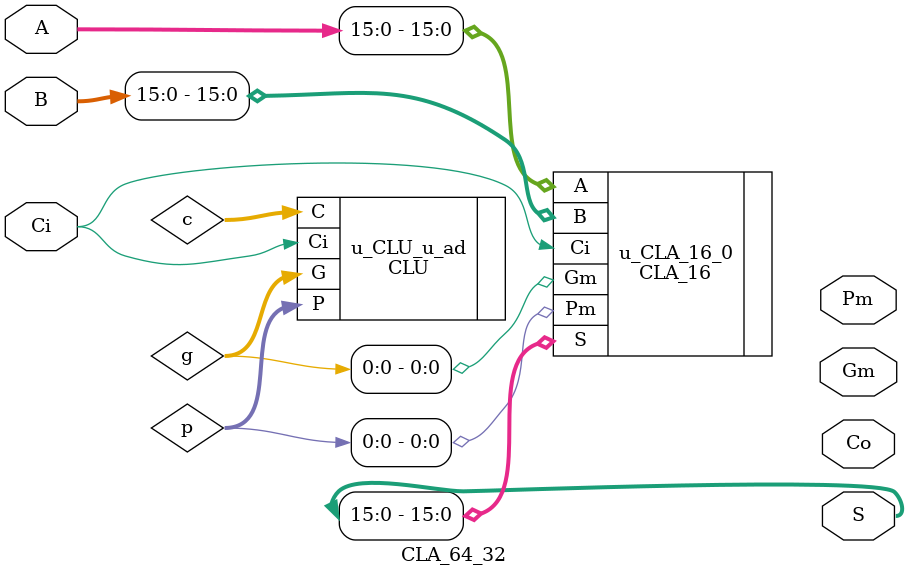
<source format=v>
`include "RISC_V_instr_def.v" 
module CLA_64_32 (
    input [64-1:0]  A,
    input [64-1:0]  B,
    input         Ci,
    output [64-1:0] S,
    output        Co,
    output        Gm,
    output        Pm
);
        // outports wire
	wire [3:0] 	c;
	wire [3:0] 	g;
	wire [3:0] 	p;

	
`ifdef RV64GC_ISA
    genvar i;
	generate 
        for (i = 1; i <4;i=i+1) begin:CLU_4_gener_64
			CLA_16 #(.GM_PM  (1)) u_CLA_4(
				.A  	( A [i*16+:16]   ),
				.B  	( B [i*16+:16]   ),
				.Ci 	( c [i-1]    ),
				.S  	( S [i*16+:16]   ),
				.Gm 	( g[i]      ),
				.Pm 	( p[i]      )
			);
            assign Co = c[3];
		end
    endgenerate
`elsif RV32GC_ISA
    genvar i;
    generate 
        for (i = 1; i <2;i=i+1) begin:CLU_4_gener_32
			CLA_16 #(.GM_PM  (1)) u_CLA_4(
				.A  	( A [i*16+:16]   ),
				.B  	( B [i*16+:16]   ),
				.Ci 	( c [i-1]        ),
				.S  	( S [i*16+:16]   ),
				.Gm 	( g[i]          ),
				.Pm 	( p[i]          )
			);
	    end
        assign p[3:2]=0;
        assign g[3:2]=0;
        assign Co = c[1];
	endgenerate
`endif

	CLU u_CLU_u_ad(
		.G  	( g   ),
		.P  	( p   ),
		.Ci 	( Ci   ),
		.C  	( c    )
	);

	CLA_16 #(.GM_PM  (1)) u_CLA_16_0(
		.A  	( A [15:0]  ),
		.B  	( B [15:0]  ),
		.Ci 	( Ci        ),
		.S  	( S [15:0]  ),
		.Gm 	( g[0]     ),
		.Pm 	( p[0]     )
	);

endmodule //CLA_64_32

</source>
